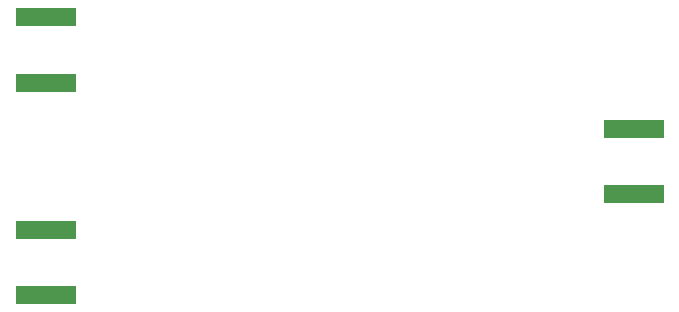
<source format=gbr>
%TF.GenerationSoftware,KiCad,Pcbnew,(5.1.6-0-10_14)*%
%TF.CreationDate,2020-09-16T18:16:11-07:00*%
%TF.ProjectId,tia_dev_board,7469615f-6465-4765-9f62-6f6172642e6b,rev?*%
%TF.SameCoordinates,Original*%
%TF.FileFunction,Paste,Bot*%
%TF.FilePolarity,Positive*%
%FSLAX46Y46*%
G04 Gerber Fmt 4.6, Leading zero omitted, Abs format (unit mm)*
G04 Created by KiCad (PCBNEW (5.1.6-0-10_14)) date 2020-09-16 18:16:11*
%MOMM*%
%LPD*%
G01*
G04 APERTURE LIST*
%ADD10R,5.080000X1.600000*%
G04 APERTURE END LIST*
D10*
%TO.C,J3*%
X192786000Y-88670000D03*
X192786000Y-94210000D03*
%TD*%
%TO.C,J2*%
X143060000Y-84770000D03*
X143060000Y-79230000D03*
%TD*%
%TO.C,J1*%
X143060000Y-102770000D03*
X143060000Y-97230000D03*
%TD*%
M02*

</source>
